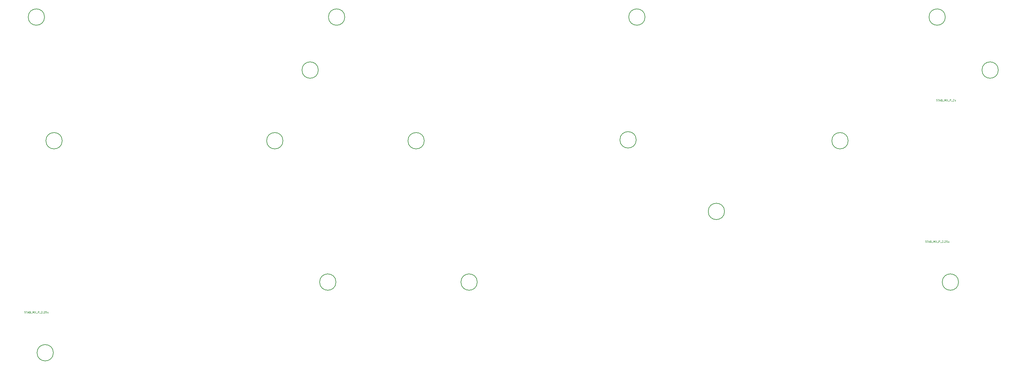
<source format=gbr>
%TF.GenerationSoftware,KiCad,Pcbnew,9.0.4*%
%TF.CreationDate,2025-10-15T10:28:25+01:00*%
%TF.ProjectId,SHEGO75-V2.2,53484547-4f37-4352-9d56-322e322e6b69,rev?*%
%TF.SameCoordinates,Original*%
%TF.FileFunction,Other,Comment*%
%FSLAX46Y46*%
G04 Gerber Fmt 4.6, Leading zero omitted, Abs format (unit mm)*
G04 Created by KiCad (PCBNEW 9.0.4) date 2025-10-15 10:28:25*
%MOMM*%
%LPD*%
G01*
G04 APERTURE LIST*
%ADD10C,0.070000*%
%ADD11C,0.150000*%
G04 APERTURE END LIST*
D10*
X289691125Y-108344276D02*
X289762553Y-108368085D01*
X289762553Y-108368085D02*
X289881601Y-108368085D01*
X289881601Y-108368085D02*
X289929220Y-108344276D01*
X289929220Y-108344276D02*
X289953029Y-108320466D01*
X289953029Y-108320466D02*
X289976839Y-108272847D01*
X289976839Y-108272847D02*
X289976839Y-108225228D01*
X289976839Y-108225228D02*
X289953029Y-108177609D01*
X289953029Y-108177609D02*
X289929220Y-108153799D01*
X289929220Y-108153799D02*
X289881601Y-108129990D01*
X289881601Y-108129990D02*
X289786363Y-108106180D01*
X289786363Y-108106180D02*
X289738744Y-108082371D01*
X289738744Y-108082371D02*
X289714934Y-108058561D01*
X289714934Y-108058561D02*
X289691125Y-108010942D01*
X289691125Y-108010942D02*
X289691125Y-107963323D01*
X289691125Y-107963323D02*
X289714934Y-107915704D01*
X289714934Y-107915704D02*
X289738744Y-107891895D01*
X289738744Y-107891895D02*
X289786363Y-107868085D01*
X289786363Y-107868085D02*
X289905410Y-107868085D01*
X289905410Y-107868085D02*
X289976839Y-107891895D01*
X290119696Y-107868085D02*
X290405410Y-107868085D01*
X290262553Y-108368085D02*
X290262553Y-107868085D01*
X290548267Y-108225228D02*
X290786362Y-108225228D01*
X290500648Y-108368085D02*
X290667314Y-107868085D01*
X290667314Y-107868085D02*
X290833981Y-108368085D01*
X291167314Y-108106180D02*
X291238742Y-108129990D01*
X291238742Y-108129990D02*
X291262552Y-108153799D01*
X291262552Y-108153799D02*
X291286361Y-108201418D01*
X291286361Y-108201418D02*
X291286361Y-108272847D01*
X291286361Y-108272847D02*
X291262552Y-108320466D01*
X291262552Y-108320466D02*
X291238742Y-108344276D01*
X291238742Y-108344276D02*
X291191123Y-108368085D01*
X291191123Y-108368085D02*
X291000647Y-108368085D01*
X291000647Y-108368085D02*
X291000647Y-107868085D01*
X291000647Y-107868085D02*
X291167314Y-107868085D01*
X291167314Y-107868085D02*
X291214933Y-107891895D01*
X291214933Y-107891895D02*
X291238742Y-107915704D01*
X291238742Y-107915704D02*
X291262552Y-107963323D01*
X291262552Y-107963323D02*
X291262552Y-108010942D01*
X291262552Y-108010942D02*
X291238742Y-108058561D01*
X291238742Y-108058561D02*
X291214933Y-108082371D01*
X291214933Y-108082371D02*
X291167314Y-108106180D01*
X291167314Y-108106180D02*
X291000647Y-108106180D01*
X291381600Y-108415704D02*
X291762552Y-108415704D01*
X291881599Y-108368085D02*
X291881599Y-107868085D01*
X291881599Y-107868085D02*
X292048266Y-108225228D01*
X292048266Y-108225228D02*
X292214932Y-107868085D01*
X292214932Y-107868085D02*
X292214932Y-108368085D01*
X292405409Y-107868085D02*
X292738742Y-108368085D01*
X292738742Y-107868085D02*
X292405409Y-108368085D01*
X292810171Y-108415704D02*
X293191123Y-108415704D01*
X293310170Y-108368085D02*
X293310170Y-107868085D01*
X293310170Y-107868085D02*
X293500646Y-107868085D01*
X293500646Y-107868085D02*
X293548265Y-107891895D01*
X293548265Y-107891895D02*
X293572075Y-107915704D01*
X293572075Y-107915704D02*
X293595884Y-107963323D01*
X293595884Y-107963323D02*
X293595884Y-108034752D01*
X293595884Y-108034752D02*
X293572075Y-108082371D01*
X293572075Y-108082371D02*
X293548265Y-108106180D01*
X293548265Y-108106180D02*
X293500646Y-108129990D01*
X293500646Y-108129990D02*
X293310170Y-108129990D01*
X293691123Y-108415704D02*
X294072075Y-108415704D01*
X294167313Y-107915704D02*
X294191122Y-107891895D01*
X294191122Y-107891895D02*
X294238741Y-107868085D01*
X294238741Y-107868085D02*
X294357789Y-107868085D01*
X294357789Y-107868085D02*
X294405408Y-107891895D01*
X294405408Y-107891895D02*
X294429217Y-107915704D01*
X294429217Y-107915704D02*
X294453027Y-107963323D01*
X294453027Y-107963323D02*
X294453027Y-108010942D01*
X294453027Y-108010942D02*
X294429217Y-108082371D01*
X294429217Y-108082371D02*
X294143503Y-108368085D01*
X294143503Y-108368085D02*
X294453027Y-108368085D01*
X294667312Y-108320466D02*
X294691122Y-108344276D01*
X294691122Y-108344276D02*
X294667312Y-108368085D01*
X294667312Y-108368085D02*
X294643503Y-108344276D01*
X294643503Y-108344276D02*
X294667312Y-108320466D01*
X294667312Y-108320466D02*
X294667312Y-108368085D01*
X294881598Y-107915704D02*
X294905407Y-107891895D01*
X294905407Y-107891895D02*
X294953026Y-107868085D01*
X294953026Y-107868085D02*
X295072074Y-107868085D01*
X295072074Y-107868085D02*
X295119693Y-107891895D01*
X295119693Y-107891895D02*
X295143502Y-107915704D01*
X295143502Y-107915704D02*
X295167312Y-107963323D01*
X295167312Y-107963323D02*
X295167312Y-108010942D01*
X295167312Y-108010942D02*
X295143502Y-108082371D01*
X295143502Y-108082371D02*
X294857788Y-108368085D01*
X294857788Y-108368085D02*
X295167312Y-108368085D01*
X295619692Y-107868085D02*
X295381597Y-107868085D01*
X295381597Y-107868085D02*
X295357788Y-108106180D01*
X295357788Y-108106180D02*
X295381597Y-108082371D01*
X295381597Y-108082371D02*
X295429216Y-108058561D01*
X295429216Y-108058561D02*
X295548264Y-108058561D01*
X295548264Y-108058561D02*
X295595883Y-108082371D01*
X295595883Y-108082371D02*
X295619692Y-108106180D01*
X295619692Y-108106180D02*
X295643502Y-108153799D01*
X295643502Y-108153799D02*
X295643502Y-108272847D01*
X295643502Y-108272847D02*
X295619692Y-108320466D01*
X295619692Y-108320466D02*
X295595883Y-108344276D01*
X295595883Y-108344276D02*
X295548264Y-108368085D01*
X295548264Y-108368085D02*
X295429216Y-108368085D01*
X295429216Y-108368085D02*
X295381597Y-108344276D01*
X295381597Y-108344276D02*
X295357788Y-108320466D01*
X296072073Y-108034752D02*
X296072073Y-108368085D01*
X295857787Y-108034752D02*
X295857787Y-108296656D01*
X295857787Y-108296656D02*
X295881597Y-108344276D01*
X295881597Y-108344276D02*
X295929216Y-108368085D01*
X295929216Y-108368085D02*
X296000644Y-108368085D01*
X296000644Y-108368085D02*
X296048263Y-108344276D01*
X296048263Y-108344276D02*
X296072073Y-108320466D01*
X46803829Y-127394260D02*
X46875257Y-127418069D01*
X46875257Y-127418069D02*
X46994305Y-127418069D01*
X46994305Y-127418069D02*
X47041924Y-127394260D01*
X47041924Y-127394260D02*
X47065733Y-127370450D01*
X47065733Y-127370450D02*
X47089543Y-127322831D01*
X47089543Y-127322831D02*
X47089543Y-127275212D01*
X47089543Y-127275212D02*
X47065733Y-127227593D01*
X47065733Y-127227593D02*
X47041924Y-127203783D01*
X47041924Y-127203783D02*
X46994305Y-127179974D01*
X46994305Y-127179974D02*
X46899067Y-127156164D01*
X46899067Y-127156164D02*
X46851448Y-127132355D01*
X46851448Y-127132355D02*
X46827638Y-127108545D01*
X46827638Y-127108545D02*
X46803829Y-127060926D01*
X46803829Y-127060926D02*
X46803829Y-127013307D01*
X46803829Y-127013307D02*
X46827638Y-126965688D01*
X46827638Y-126965688D02*
X46851448Y-126941879D01*
X46851448Y-126941879D02*
X46899067Y-126918069D01*
X46899067Y-126918069D02*
X47018114Y-126918069D01*
X47018114Y-126918069D02*
X47089543Y-126941879D01*
X47232400Y-126918069D02*
X47518114Y-126918069D01*
X47375257Y-127418069D02*
X47375257Y-126918069D01*
X47660971Y-127275212D02*
X47899066Y-127275212D01*
X47613352Y-127418069D02*
X47780018Y-126918069D01*
X47780018Y-126918069D02*
X47946685Y-127418069D01*
X48280018Y-127156164D02*
X48351446Y-127179974D01*
X48351446Y-127179974D02*
X48375256Y-127203783D01*
X48375256Y-127203783D02*
X48399065Y-127251402D01*
X48399065Y-127251402D02*
X48399065Y-127322831D01*
X48399065Y-127322831D02*
X48375256Y-127370450D01*
X48375256Y-127370450D02*
X48351446Y-127394260D01*
X48351446Y-127394260D02*
X48303827Y-127418069D01*
X48303827Y-127418069D02*
X48113351Y-127418069D01*
X48113351Y-127418069D02*
X48113351Y-126918069D01*
X48113351Y-126918069D02*
X48280018Y-126918069D01*
X48280018Y-126918069D02*
X48327637Y-126941879D01*
X48327637Y-126941879D02*
X48351446Y-126965688D01*
X48351446Y-126965688D02*
X48375256Y-127013307D01*
X48375256Y-127013307D02*
X48375256Y-127060926D01*
X48375256Y-127060926D02*
X48351446Y-127108545D01*
X48351446Y-127108545D02*
X48327637Y-127132355D01*
X48327637Y-127132355D02*
X48280018Y-127156164D01*
X48280018Y-127156164D02*
X48113351Y-127156164D01*
X48494304Y-127465688D02*
X48875256Y-127465688D01*
X48994303Y-127418069D02*
X48994303Y-126918069D01*
X48994303Y-126918069D02*
X49160970Y-127275212D01*
X49160970Y-127275212D02*
X49327636Y-126918069D01*
X49327636Y-126918069D02*
X49327636Y-127418069D01*
X49518113Y-126918069D02*
X49851446Y-127418069D01*
X49851446Y-126918069D02*
X49518113Y-127418069D01*
X49922875Y-127465688D02*
X50303827Y-127465688D01*
X50422874Y-127418069D02*
X50422874Y-126918069D01*
X50422874Y-126918069D02*
X50613350Y-126918069D01*
X50613350Y-126918069D02*
X50660969Y-126941879D01*
X50660969Y-126941879D02*
X50684779Y-126965688D01*
X50684779Y-126965688D02*
X50708588Y-127013307D01*
X50708588Y-127013307D02*
X50708588Y-127084736D01*
X50708588Y-127084736D02*
X50684779Y-127132355D01*
X50684779Y-127132355D02*
X50660969Y-127156164D01*
X50660969Y-127156164D02*
X50613350Y-127179974D01*
X50613350Y-127179974D02*
X50422874Y-127179974D01*
X50803827Y-127465688D02*
X51184779Y-127465688D01*
X51280017Y-126965688D02*
X51303826Y-126941879D01*
X51303826Y-126941879D02*
X51351445Y-126918069D01*
X51351445Y-126918069D02*
X51470493Y-126918069D01*
X51470493Y-126918069D02*
X51518112Y-126941879D01*
X51518112Y-126941879D02*
X51541921Y-126965688D01*
X51541921Y-126965688D02*
X51565731Y-127013307D01*
X51565731Y-127013307D02*
X51565731Y-127060926D01*
X51565731Y-127060926D02*
X51541921Y-127132355D01*
X51541921Y-127132355D02*
X51256207Y-127418069D01*
X51256207Y-127418069D02*
X51565731Y-127418069D01*
X51780016Y-127370450D02*
X51803826Y-127394260D01*
X51803826Y-127394260D02*
X51780016Y-127418069D01*
X51780016Y-127418069D02*
X51756207Y-127394260D01*
X51756207Y-127394260D02*
X51780016Y-127370450D01*
X51780016Y-127370450D02*
X51780016Y-127418069D01*
X51994302Y-126965688D02*
X52018111Y-126941879D01*
X52018111Y-126941879D02*
X52065730Y-126918069D01*
X52065730Y-126918069D02*
X52184778Y-126918069D01*
X52184778Y-126918069D02*
X52232397Y-126941879D01*
X52232397Y-126941879D02*
X52256206Y-126965688D01*
X52256206Y-126965688D02*
X52280016Y-127013307D01*
X52280016Y-127013307D02*
X52280016Y-127060926D01*
X52280016Y-127060926D02*
X52256206Y-127132355D01*
X52256206Y-127132355D02*
X51970492Y-127418069D01*
X51970492Y-127418069D02*
X52280016Y-127418069D01*
X52732396Y-126918069D02*
X52494301Y-126918069D01*
X52494301Y-126918069D02*
X52470492Y-127156164D01*
X52470492Y-127156164D02*
X52494301Y-127132355D01*
X52494301Y-127132355D02*
X52541920Y-127108545D01*
X52541920Y-127108545D02*
X52660968Y-127108545D01*
X52660968Y-127108545D02*
X52708587Y-127132355D01*
X52708587Y-127132355D02*
X52732396Y-127156164D01*
X52732396Y-127156164D02*
X52756206Y-127203783D01*
X52756206Y-127203783D02*
X52756206Y-127322831D01*
X52756206Y-127322831D02*
X52732396Y-127370450D01*
X52732396Y-127370450D02*
X52708587Y-127394260D01*
X52708587Y-127394260D02*
X52660968Y-127418069D01*
X52660968Y-127418069D02*
X52541920Y-127418069D01*
X52541920Y-127418069D02*
X52494301Y-127394260D01*
X52494301Y-127394260D02*
X52470492Y-127370450D01*
X53184777Y-127084736D02*
X53184777Y-127418069D01*
X52970491Y-127084736D02*
X52970491Y-127346640D01*
X52970491Y-127346640D02*
X52994301Y-127394260D01*
X52994301Y-127394260D02*
X53041920Y-127418069D01*
X53041920Y-127418069D02*
X53113348Y-127418069D01*
X53113348Y-127418069D02*
X53160967Y-127394260D01*
X53160967Y-127394260D02*
X53184777Y-127370450D01*
X292667611Y-70244308D02*
X292739039Y-70268117D01*
X292739039Y-70268117D02*
X292858087Y-70268117D01*
X292858087Y-70268117D02*
X292905706Y-70244308D01*
X292905706Y-70244308D02*
X292929515Y-70220498D01*
X292929515Y-70220498D02*
X292953325Y-70172879D01*
X292953325Y-70172879D02*
X292953325Y-70125260D01*
X292953325Y-70125260D02*
X292929515Y-70077641D01*
X292929515Y-70077641D02*
X292905706Y-70053831D01*
X292905706Y-70053831D02*
X292858087Y-70030022D01*
X292858087Y-70030022D02*
X292762849Y-70006212D01*
X292762849Y-70006212D02*
X292715230Y-69982403D01*
X292715230Y-69982403D02*
X292691420Y-69958593D01*
X292691420Y-69958593D02*
X292667611Y-69910974D01*
X292667611Y-69910974D02*
X292667611Y-69863355D01*
X292667611Y-69863355D02*
X292691420Y-69815736D01*
X292691420Y-69815736D02*
X292715230Y-69791927D01*
X292715230Y-69791927D02*
X292762849Y-69768117D01*
X292762849Y-69768117D02*
X292881896Y-69768117D01*
X292881896Y-69768117D02*
X292953325Y-69791927D01*
X293096182Y-69768117D02*
X293381896Y-69768117D01*
X293239039Y-70268117D02*
X293239039Y-69768117D01*
X293524753Y-70125260D02*
X293762848Y-70125260D01*
X293477134Y-70268117D02*
X293643800Y-69768117D01*
X293643800Y-69768117D02*
X293810467Y-70268117D01*
X294143800Y-70006212D02*
X294215228Y-70030022D01*
X294215228Y-70030022D02*
X294239038Y-70053831D01*
X294239038Y-70053831D02*
X294262847Y-70101450D01*
X294262847Y-70101450D02*
X294262847Y-70172879D01*
X294262847Y-70172879D02*
X294239038Y-70220498D01*
X294239038Y-70220498D02*
X294215228Y-70244308D01*
X294215228Y-70244308D02*
X294167609Y-70268117D01*
X294167609Y-70268117D02*
X293977133Y-70268117D01*
X293977133Y-70268117D02*
X293977133Y-69768117D01*
X293977133Y-69768117D02*
X294143800Y-69768117D01*
X294143800Y-69768117D02*
X294191419Y-69791927D01*
X294191419Y-69791927D02*
X294215228Y-69815736D01*
X294215228Y-69815736D02*
X294239038Y-69863355D01*
X294239038Y-69863355D02*
X294239038Y-69910974D01*
X294239038Y-69910974D02*
X294215228Y-69958593D01*
X294215228Y-69958593D02*
X294191419Y-69982403D01*
X294191419Y-69982403D02*
X294143800Y-70006212D01*
X294143800Y-70006212D02*
X293977133Y-70006212D01*
X294358086Y-70315736D02*
X294739038Y-70315736D01*
X294858085Y-70268117D02*
X294858085Y-69768117D01*
X294858085Y-69768117D02*
X295024752Y-70125260D01*
X295024752Y-70125260D02*
X295191418Y-69768117D01*
X295191418Y-69768117D02*
X295191418Y-70268117D01*
X295381895Y-69768117D02*
X295715228Y-70268117D01*
X295715228Y-69768117D02*
X295381895Y-70268117D01*
X295786657Y-70315736D02*
X296167609Y-70315736D01*
X296286656Y-70268117D02*
X296286656Y-69768117D01*
X296286656Y-69768117D02*
X296477132Y-69768117D01*
X296477132Y-69768117D02*
X296524751Y-69791927D01*
X296524751Y-69791927D02*
X296548561Y-69815736D01*
X296548561Y-69815736D02*
X296572370Y-69863355D01*
X296572370Y-69863355D02*
X296572370Y-69934784D01*
X296572370Y-69934784D02*
X296548561Y-69982403D01*
X296548561Y-69982403D02*
X296524751Y-70006212D01*
X296524751Y-70006212D02*
X296477132Y-70030022D01*
X296477132Y-70030022D02*
X296286656Y-70030022D01*
X296667609Y-70315736D02*
X297048561Y-70315736D01*
X297143799Y-69815736D02*
X297167608Y-69791927D01*
X297167608Y-69791927D02*
X297215227Y-69768117D01*
X297215227Y-69768117D02*
X297334275Y-69768117D01*
X297334275Y-69768117D02*
X297381894Y-69791927D01*
X297381894Y-69791927D02*
X297405703Y-69815736D01*
X297405703Y-69815736D02*
X297429513Y-69863355D01*
X297429513Y-69863355D02*
X297429513Y-69910974D01*
X297429513Y-69910974D02*
X297405703Y-69982403D01*
X297405703Y-69982403D02*
X297119989Y-70268117D01*
X297119989Y-70268117D02*
X297429513Y-70268117D01*
X297858084Y-69934784D02*
X297858084Y-70268117D01*
X297643798Y-69934784D02*
X297643798Y-70196688D01*
X297643798Y-70196688D02*
X297667608Y-70244308D01*
X297667608Y-70244308D02*
X297715227Y-70268117D01*
X297715227Y-70268117D02*
X297786655Y-70268117D01*
X297786655Y-70268117D02*
X297834274Y-70244308D01*
X297834274Y-70244308D02*
X297858084Y-70220498D01*
D11*
%TO.C,REF\u002A\u002A*%
X126025000Y-61912448D02*
G75*
G02*
X121625000Y-61912448I-2200000J0D01*
G01*
X121625000Y-61912448D02*
G75*
G02*
X126025000Y-61912448I2200000J0D01*
G01*
X54587544Y-138112500D02*
G75*
G02*
X50187544Y-138112500I-2200000J0D01*
G01*
X50187544Y-138112500D02*
G75*
G02*
X54587544Y-138112500I2200000J0D01*
G01*
X268900000Y-80962500D02*
G75*
G02*
X264500000Y-80962500I-2200000J0D01*
G01*
X264500000Y-80962500D02*
G75*
G02*
X268900000Y-80962500I2200000J0D01*
G01*
X309381250Y-61912448D02*
G75*
G02*
X304981250Y-61912448I-2200000J0D01*
G01*
X304981250Y-61912448D02*
G75*
G02*
X309381250Y-61912448I2200000J0D01*
G01*
X295093750Y-47625000D02*
G75*
G02*
X290693750Y-47625000I-2200000J0D01*
G01*
X290693750Y-47625000D02*
G75*
G02*
X295093750Y-47625000I2200000J0D01*
G01*
X52206250Y-47625000D02*
G75*
G02*
X47806250Y-47625000I-2200000J0D01*
G01*
X47806250Y-47625000D02*
G75*
G02*
X52206250Y-47625000I2200000J0D01*
G01*
X154600000Y-80962500D02*
G75*
G02*
X150200000Y-80962500I-2200000J0D01*
G01*
X150200000Y-80962500D02*
G75*
G02*
X154600000Y-80962500I2200000J0D01*
G01*
X168887500Y-119062500D02*
G75*
G02*
X164487500Y-119062500I-2200000J0D01*
G01*
X164487500Y-119062500D02*
G75*
G02*
X168887500Y-119062500I2200000J0D01*
G01*
X214131250Y-47625000D02*
G75*
G02*
X209731250Y-47625000I-2200000J0D01*
G01*
X209731250Y-47625000D02*
G75*
G02*
X214131250Y-47625000I2200000J0D01*
G01*
X298665625Y-119062500D02*
G75*
G02*
X294265625Y-119062500I-2200000J0D01*
G01*
X294265625Y-119062500D02*
G75*
G02*
X298665625Y-119062500I2200000J0D01*
G01*
X235562500Y-100012500D02*
G75*
G02*
X231162500Y-100012500I-2200000J0D01*
G01*
X231162500Y-100012500D02*
G75*
G02*
X235562500Y-100012500I2200000J0D01*
G01*
X130787500Y-119062500D02*
G75*
G02*
X126387500Y-119062500I-2200000J0D01*
G01*
X126387500Y-119062500D02*
G75*
G02*
X130787500Y-119062500I2200000J0D01*
G01*
X211750000Y-80717476D02*
G75*
G02*
X207350000Y-80717476I-2200000J0D01*
G01*
X207350000Y-80717476D02*
G75*
G02*
X211750000Y-80717476I2200000J0D01*
G01*
X56968750Y-80962500D02*
G75*
G02*
X52568750Y-80962500I-2200000J0D01*
G01*
X52568750Y-80962500D02*
G75*
G02*
X56968750Y-80962500I2200000J0D01*
G01*
X116500000Y-80962500D02*
G75*
G02*
X112100000Y-80962500I-2200000J0D01*
G01*
X112100000Y-80962500D02*
G75*
G02*
X116500000Y-80962500I2200000J0D01*
G01*
X133168750Y-47625000D02*
G75*
G02*
X128768750Y-47625000I-2200000J0D01*
G01*
X128768750Y-47625000D02*
G75*
G02*
X133168750Y-47625000I2200000J0D01*
G01*
%TD*%
M02*

</source>
